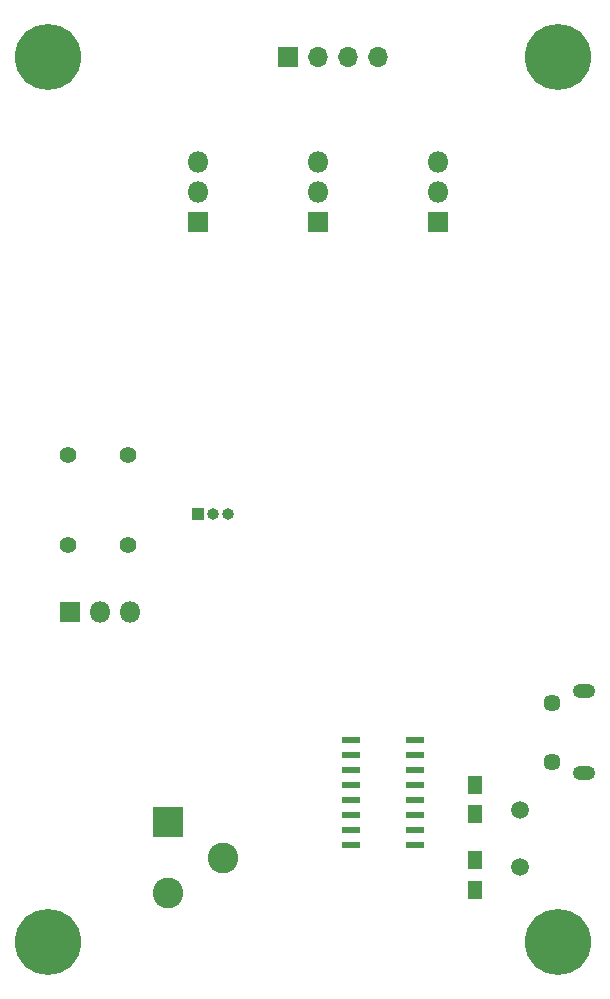
<source format=gbr>
G04 #@! TF.GenerationSoftware,KiCad,Pcbnew,(5.0.0-rc2-101-g68f6e3ad4)*
G04 #@! TF.CreationDate,2018-07-19T03:23:03+02:00*
G04 #@! TF.ProjectId,leddings,6C656464696E67732E6B696361645F70,rev?*
G04 #@! TF.SameCoordinates,Original*
G04 #@! TF.FileFunction,Soldermask,Bot*
G04 #@! TF.FilePolarity,Negative*
%FSLAX46Y46*%
G04 Gerber Fmt 4.6, Leading zero omitted, Abs format (unit mm)*
G04 Created by KiCad (PCBNEW (5.0.0-rc2-101-g68f6e3ad4)) date Thu Jul 19 03:23:03 2018*
%MOMM*%
%LPD*%
G01*
G04 APERTURE LIST*
%ADD10R,1.250000X1.500000*%
%ADD11O,1.700000X1.700000*%
%ADD12R,1.700000X1.700000*%
%ADD13O,1.900000X1.200000*%
%ADD14C,1.450000*%
%ADD15C,5.600000*%
%ADD16R,1.800000X1.800000*%
%ADD17O,1.800000X1.800000*%
%ADD18C,1.397000*%
%ADD19O,1.000000X1.000000*%
%ADD20R,1.000000X1.000000*%
%ADD21R,1.500000X0.600000*%
%ADD22C,1.500000*%
%ADD23C,2.600000*%
%ADD24R,2.600000X2.600000*%
G04 APERTURE END LIST*
D10*
G04 #@! TO.C,C3*
X168275000Y-93325000D03*
X168275000Y-90825000D03*
G04 #@! TD*
G04 #@! TO.C,C4*
X168275000Y-99695000D03*
X168275000Y-97195000D03*
G04 #@! TD*
D11*
G04 #@! TO.C,J4*
X160020000Y-29210000D03*
X157480000Y-29210000D03*
X154940000Y-29210000D03*
D12*
X152400000Y-29210000D03*
G04 #@! TD*
D13*
G04 #@! TO.C,J5*
X177515000Y-82860000D03*
X177515000Y-89860000D03*
D14*
X174815000Y-83860000D03*
X174815000Y-88860000D03*
G04 #@! TD*
D15*
G04 #@! TO.C,MK1*
X175260000Y-29210000D03*
G04 #@! TD*
G04 #@! TO.C,MK2*
X132080000Y-104140000D03*
G04 #@! TD*
G04 #@! TO.C,MK3*
X132080000Y-29210000D03*
G04 #@! TD*
G04 #@! TO.C,MK4*
X175260000Y-104140000D03*
G04 #@! TD*
D16*
G04 #@! TO.C,Q1*
X165100000Y-43180000D03*
D17*
X165100000Y-40640000D03*
X165100000Y-38100000D03*
G04 #@! TD*
D16*
G04 #@! TO.C,Q2*
X154940000Y-43180000D03*
D17*
X154940000Y-40640000D03*
X154940000Y-38100000D03*
G04 #@! TD*
G04 #@! TO.C,Q3*
X144780000Y-38100000D03*
X144780000Y-40640000D03*
D16*
X144780000Y-43180000D03*
G04 #@! TD*
D18*
G04 #@! TO.C,SW1*
X138927500Y-70485000D03*
X133847500Y-70485000D03*
X138927500Y-62865000D03*
X133847500Y-62865000D03*
G04 #@! TD*
D19*
G04 #@! TO.C,SW2*
X147320000Y-67920238D03*
X146050000Y-67920238D03*
D20*
X144780000Y-67920238D03*
G04 #@! TD*
D17*
G04 #@! TO.C,U1*
X139065000Y-76200000D03*
X136525000Y-76200000D03*
D16*
X133985000Y-76200000D03*
G04 #@! TD*
D21*
G04 #@! TO.C,U2*
X157795000Y-86995000D03*
X157795000Y-88265000D03*
X157795000Y-89535000D03*
X157795000Y-90805000D03*
X157795000Y-92075000D03*
X157795000Y-93345000D03*
X157795000Y-94615000D03*
X157795000Y-95885000D03*
X163195000Y-95885000D03*
X163195000Y-94615000D03*
X163195000Y-93345000D03*
X163195000Y-92075000D03*
X163195000Y-90805000D03*
X163195000Y-89535000D03*
X163195000Y-88265000D03*
X163195000Y-86995000D03*
G04 #@! TD*
D22*
G04 #@! TO.C,Y1*
X172085000Y-97790000D03*
X172085000Y-92910000D03*
G04 #@! TD*
D23*
G04 #@! TO.C,J6*
X146940000Y-96980000D03*
X142240000Y-99980000D03*
D24*
X142240000Y-93980000D03*
G04 #@! TD*
M02*

</source>
